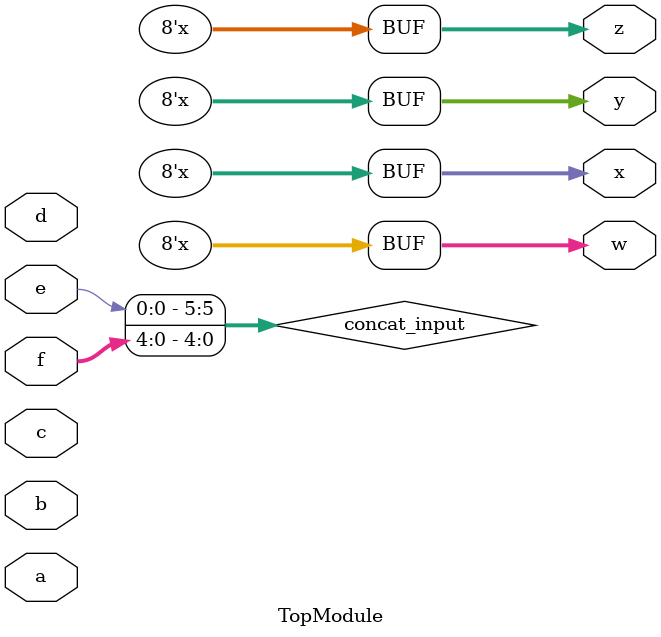
<source format=sv>

module TopModule (
  input [4:0] a,
  input [4:0] b,
  input [4:0] c,
  input [4:0] d,
  input [4:0] e,
  input [4:0] f,
  output [7:0] w,
  output [7:0] x,
  output [7:0] y,
  output [7:0] z
);

  // Concatenate the input vectors
  wire [29:24] concat_input = {a, b, c, d, e, f};

  // Split the concatenated vector into four 8-bit output vectors
  assign w[7:0] = concat_input[23:16];
  assign x[7:0] = concat_input[19:12];
  assign y[7:0] = concat_input[15:8];
  assign z[7:0] = concat_input[11:4];

  // Add two 1 bits to the end of each output vector
  assign w[31:30] = 1;
  assign x[31:30] = 1;
  assign y[31:30] = 1;
  assign z[31:30] = 1;

endmodule

// VERILOG-EVAL: errant inclusion of module definition

</source>
